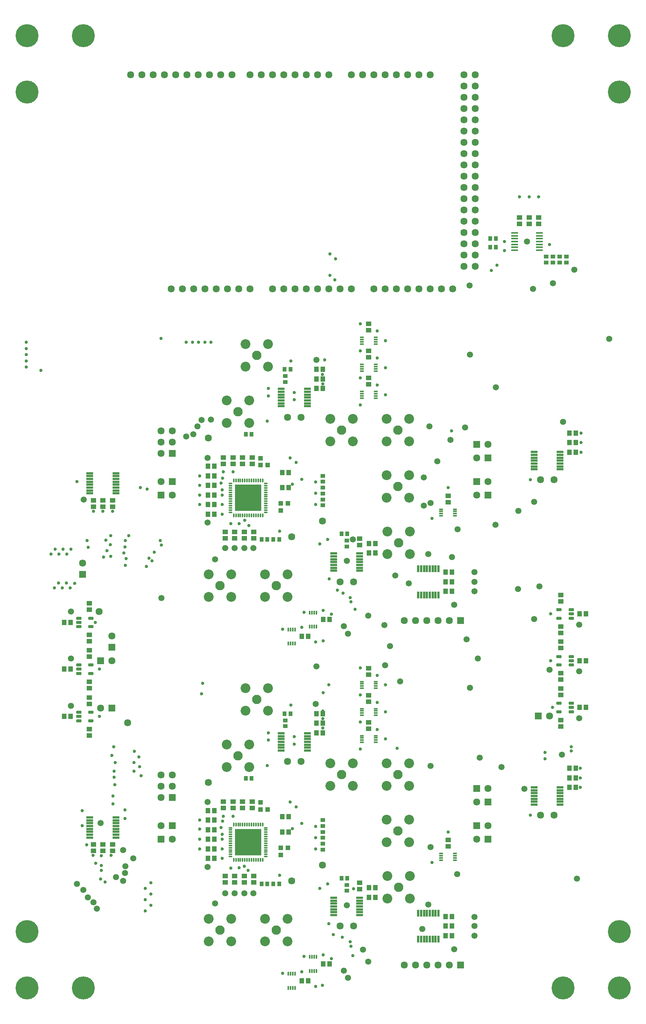
<source format=gts>
G04*
G04 #@! TF.GenerationSoftware,Altium Limited,Altium Designer,23.1.1 (15)*
G04*
G04 Layer_Color=8388736*
%FSLAX44Y44*%
%MOMM*%
G71*
G04*
G04 #@! TF.SameCoordinates,9BA81442-0EA8-4703-AF15-A62A9ABE79D7*
G04*
G04*
G04 #@! TF.FilePolarity,Negative*
G04*
G01*
G75*
%ADD14R,1.1620X1.0620*%
%ADD15R,1.0620X0.9120*%
%ADD16R,1.6000X0.3500*%
%ADD17R,0.9120X1.0620*%
%ADD18R,1.5870X0.5620*%
%ADD19O,0.3620X0.8620*%
%ADD20O,0.8620X0.3620*%
%ADD21R,1.0620X1.1620*%
%ADD22R,0.9620X0.4120*%
G04:AMPARAMS|DCode=23|XSize=0.712mm|YSize=1.112mm|CornerRadius=0.107mm|HoleSize=0mm|Usage=FLASHONLY|Rotation=270.000|XOffset=0mm|YOffset=0mm|HoleType=Round|Shape=RoundedRectangle|*
%AMROUNDEDRECTD23*
21,1,0.7120,0.8980,0,0,270.0*
21,1,0.4980,1.1120,0,0,270.0*
1,1,0.2140,-0.4490,-0.2490*
1,1,0.2140,-0.4490,0.2490*
1,1,0.2140,0.4490,0.2490*
1,1,0.2140,0.4490,-0.2490*
%
%ADD23ROUNDEDRECTD23*%
%ADD24R,0.5620X1.5870*%
%ADD25R,0.4120X0.9620*%
%ADD26R,6.0520X6.0520*%
%ADD27R,1.0120X1.0120*%
%ADD28R,1.0120X1.0120*%
%ADD29C,5.1920*%
%ADD30C,1.6120*%
%ADD31C,2.2120*%
%ADD32R,1.6120X1.6120*%
%ADD33C,2.1120*%
%ADD34R,1.6120X1.6120*%
%ADD35C,0.7470*%
%ADD36C,1.3820*%
D14*
X1192530Y1760590D02*
D03*
Y1775090D02*
D03*
X1170940Y1760590D02*
D03*
Y1775090D02*
D03*
X1149350Y1760590D02*
D03*
Y1775090D02*
D03*
X481330Y1219570D02*
D03*
X485140Y1066430D02*
D03*
X481330Y443600D02*
D03*
X485140Y290460D02*
D03*
X988060Y1147710D02*
D03*
X808990Y1535060D02*
D03*
Y1474100D02*
D03*
Y1413140D02*
D03*
X788670Y1051190D02*
D03*
X1242060Y838570D02*
D03*
Y924190D02*
D03*
Y818780D02*
D03*
X549910Y1051930D02*
D03*
X528320D02*
D03*
X1242060Y733160D02*
D03*
Y713370D02*
D03*
X808990Y759090D02*
D03*
Y698130D02*
D03*
Y637170D02*
D03*
X1242060Y627750D02*
D03*
X988060Y371740D02*
D03*
X788670Y275220D02*
D03*
X549910Y275960D02*
D03*
X528320D02*
D03*
X524510Y1234070D02*
D03*
X481330D02*
D03*
X502920D02*
D03*
X506730Y1051930D02*
D03*
X485140D02*
D03*
X231140Y1123050D02*
D03*
X187960D02*
D03*
X209550D02*
D03*
X179070Y905140D02*
D03*
Y799730D02*
D03*
Y819520D02*
D03*
Y693050D02*
D03*
Y714110D02*
D03*
Y607430D02*
D03*
X524510Y458100D02*
D03*
X502920D02*
D03*
X481330D02*
D03*
X506730Y275960D02*
D03*
X485140D02*
D03*
X209550Y347080D02*
D03*
X231140D02*
D03*
X187960D02*
D03*
X546100Y458100D02*
D03*
Y443600D02*
D03*
X788670Y260720D02*
D03*
X808990Y683630D02*
D03*
Y622670D02*
D03*
Y744590D02*
D03*
X506730Y290460D02*
D03*
X502920Y443600D02*
D03*
X988060Y357240D02*
D03*
X528320Y290460D02*
D03*
X524510Y443600D02*
D03*
X549910Y290460D02*
D03*
Y1066430D02*
D03*
X524510Y1219570D02*
D03*
X528320Y1066430D02*
D03*
X988060Y1133210D02*
D03*
X502920Y1219570D02*
D03*
X506730Y1066430D02*
D03*
X808990Y1520560D02*
D03*
Y1398640D02*
D03*
Y1459600D02*
D03*
X788670Y1036690D02*
D03*
X546100Y1234070D02*
D03*
Y1219570D02*
D03*
X1242060Y642250D02*
D03*
X179070Y678550D02*
D03*
X1242060Y698870D02*
D03*
X179070Y621930D02*
D03*
X1242060Y853070D02*
D03*
Y747660D02*
D03*
Y909690D02*
D03*
Y804280D02*
D03*
X179070Y890640D02*
D03*
Y785230D02*
D03*
Y834020D02*
D03*
Y728610D02*
D03*
X187960Y1137550D02*
D03*
X209550D02*
D03*
X231140D02*
D03*
X187960Y361580D02*
D03*
X209550D02*
D03*
X231140D02*
D03*
D15*
X1254760Y1673710D02*
D03*
Y1686710D02*
D03*
X1224280Y1673710D02*
D03*
Y1686710D02*
D03*
X1239520Y1673710D02*
D03*
Y1686710D02*
D03*
X1209040Y1673710D02*
D03*
Y1686710D02*
D03*
X705916Y1179474D02*
D03*
Y1152804D02*
D03*
Y1126134D02*
D03*
Y403504D02*
D03*
Y376834D02*
D03*
Y350164D02*
D03*
Y416504D02*
D03*
X621030Y641500D02*
D03*
Y628500D02*
D03*
X705916Y389834D02*
D03*
X759460Y270660D02*
D03*
Y257660D02*
D03*
X705916Y363164D02*
D03*
Y1139134D02*
D03*
X759460Y1046630D02*
D03*
Y1033630D02*
D03*
X705916Y1165804D02*
D03*
X621030Y1417470D02*
D03*
Y1404470D02*
D03*
X705916Y1192474D02*
D03*
D16*
X1193860Y1740350D02*
D03*
Y1733850D02*
D03*
Y1727350D02*
D03*
Y1720850D02*
D03*
Y1714350D02*
D03*
Y1707850D02*
D03*
Y1701350D02*
D03*
X1137860D02*
D03*
Y1707850D02*
D03*
Y1714350D02*
D03*
Y1720850D02*
D03*
Y1727350D02*
D03*
Y1733850D02*
D03*
Y1740350D02*
D03*
D17*
X1083160Y1708150D02*
D03*
X1096160D02*
D03*
X1096160Y1727200D02*
D03*
X1083160D02*
D03*
X632610Y1432560D02*
D03*
X544980Y1286510D02*
D03*
X747880Y1061720D02*
D03*
X580540Y1049020D02*
D03*
X607210D02*
D03*
X632610Y656590D02*
D03*
X544980Y510540D02*
D03*
X747880Y285750D02*
D03*
X580540Y273050D02*
D03*
X607210D02*
D03*
X531980Y510540D02*
D03*
X594210Y273050D02*
D03*
X567540D02*
D03*
X619610Y656590D02*
D03*
X760880Y285750D02*
D03*
Y1061720D02*
D03*
X619610Y1432560D02*
D03*
X567540Y1049020D02*
D03*
X594210D02*
D03*
X531980Y1286510D02*
D03*
D18*
X1182200Y1220320D02*
D03*
X611970Y1362560D02*
D03*
Y586590D02*
D03*
X1182200Y464670D02*
D03*
X730080Y991720D02*
D03*
Y215750D02*
D03*
X1182200Y1207320D02*
D03*
X611970Y1349560D02*
D03*
X730080Y978720D02*
D03*
X1182200Y451670D02*
D03*
X611970Y573590D02*
D03*
X730080Y202750D02*
D03*
X180170Y1179270D02*
D03*
Y422800D02*
D03*
Y416300D02*
D03*
Y403300D02*
D03*
Y377300D02*
D03*
X1182200Y1246320D02*
D03*
Y1239820D02*
D03*
Y1233320D02*
D03*
Y1226820D02*
D03*
Y1213820D02*
D03*
X1240960Y1207320D02*
D03*
Y1213820D02*
D03*
Y1220320D02*
D03*
Y1226820D02*
D03*
Y1233320D02*
D03*
Y1239820D02*
D03*
Y1246320D02*
D03*
X611970Y612590D02*
D03*
Y606090D02*
D03*
Y599590D02*
D03*
Y593090D02*
D03*
Y580090D02*
D03*
X670730Y573590D02*
D03*
Y580090D02*
D03*
Y586590D02*
D03*
Y593090D02*
D03*
Y599590D02*
D03*
Y606090D02*
D03*
Y612590D02*
D03*
X730080Y241750D02*
D03*
Y235250D02*
D03*
Y228750D02*
D03*
Y222250D02*
D03*
Y209250D02*
D03*
X788840Y202750D02*
D03*
Y209250D02*
D03*
Y215750D02*
D03*
Y222250D02*
D03*
Y228750D02*
D03*
Y235250D02*
D03*
Y241750D02*
D03*
X730080Y1017720D02*
D03*
Y1011220D02*
D03*
Y1004720D02*
D03*
Y998220D02*
D03*
Y985220D02*
D03*
X788840Y978720D02*
D03*
Y985220D02*
D03*
Y991720D02*
D03*
Y998220D02*
D03*
Y1004720D02*
D03*
Y1011220D02*
D03*
Y1017720D02*
D03*
X611970Y1388560D02*
D03*
Y1382060D02*
D03*
Y1375560D02*
D03*
Y1369060D02*
D03*
Y1356060D02*
D03*
X670730Y1349560D02*
D03*
Y1356060D02*
D03*
Y1362560D02*
D03*
Y1369060D02*
D03*
Y1375560D02*
D03*
Y1382060D02*
D03*
Y1388560D02*
D03*
X1240960Y490670D02*
D03*
Y484170D02*
D03*
Y477670D02*
D03*
Y471170D02*
D03*
Y464670D02*
D03*
Y458170D02*
D03*
Y451670D02*
D03*
X1182200Y458170D02*
D03*
Y471170D02*
D03*
Y477670D02*
D03*
Y484170D02*
D03*
Y490670D02*
D03*
X238930Y1153270D02*
D03*
Y1159770D02*
D03*
Y1166270D02*
D03*
Y1172770D02*
D03*
Y1179270D02*
D03*
Y1185770D02*
D03*
Y1192270D02*
D03*
Y1198770D02*
D03*
X180170D02*
D03*
Y1192270D02*
D03*
Y1185770D02*
D03*
Y1172770D02*
D03*
Y1166270D02*
D03*
Y1159770D02*
D03*
Y1153270D02*
D03*
Y383800D02*
D03*
Y390300D02*
D03*
Y396800D02*
D03*
Y409800D02*
D03*
X238930Y422800D02*
D03*
Y416300D02*
D03*
Y409800D02*
D03*
Y403300D02*
D03*
Y396800D02*
D03*
Y390300D02*
D03*
Y383800D02*
D03*
Y377300D02*
D03*
D19*
X514710Y1103500D02*
D03*
Y1182500D02*
D03*
Y327530D02*
D03*
Y406530D02*
D03*
X569710Y1182500D02*
D03*
X534710D02*
D03*
X524710Y1103500D02*
D03*
X569710Y406530D02*
D03*
X534710D02*
D03*
X524710Y327530D02*
D03*
X504710Y1182500D02*
D03*
Y406530D02*
D03*
X569710Y327530D02*
D03*
X564710D02*
D03*
X559710D02*
D03*
X554710D02*
D03*
X549710D02*
D03*
X544710D02*
D03*
X539710D02*
D03*
X534710D02*
D03*
X529710D02*
D03*
X519710D02*
D03*
X509710D02*
D03*
X504710D02*
D03*
X509710Y406530D02*
D03*
X519710D02*
D03*
X524710D02*
D03*
X529710D02*
D03*
X539710D02*
D03*
X544710D02*
D03*
X549710D02*
D03*
X554710D02*
D03*
X559710D02*
D03*
X564710D02*
D03*
Y1182500D02*
D03*
X559710D02*
D03*
X554710D02*
D03*
X549710D02*
D03*
X544710D02*
D03*
X539710D02*
D03*
X529710D02*
D03*
X524710D02*
D03*
X519710D02*
D03*
X509710D02*
D03*
X504710Y1103500D02*
D03*
X509710D02*
D03*
X519710D02*
D03*
X529710D02*
D03*
X534710D02*
D03*
X539710D02*
D03*
X544710D02*
D03*
X549710D02*
D03*
X554710D02*
D03*
X559710D02*
D03*
X564710D02*
D03*
X569710D02*
D03*
D20*
X497710Y1140500D02*
D03*
Y364530D02*
D03*
X576710Y1175500D02*
D03*
Y1115500D02*
D03*
Y399530D02*
D03*
Y339530D02*
D03*
X497710Y1145500D02*
D03*
Y1115500D02*
D03*
Y369530D02*
D03*
Y339530D02*
D03*
Y334530D02*
D03*
Y344530D02*
D03*
Y349530D02*
D03*
Y354530D02*
D03*
Y359530D02*
D03*
Y374530D02*
D03*
Y379530D02*
D03*
Y384530D02*
D03*
Y389530D02*
D03*
Y394530D02*
D03*
Y399530D02*
D03*
X576710Y394530D02*
D03*
Y389530D02*
D03*
Y384530D02*
D03*
Y379530D02*
D03*
Y374530D02*
D03*
Y369530D02*
D03*
Y364530D02*
D03*
Y359530D02*
D03*
Y354530D02*
D03*
Y349530D02*
D03*
Y344530D02*
D03*
Y334530D02*
D03*
Y1110500D02*
D03*
Y1120500D02*
D03*
Y1125500D02*
D03*
Y1130500D02*
D03*
Y1135500D02*
D03*
Y1140500D02*
D03*
Y1145500D02*
D03*
Y1150500D02*
D03*
Y1155500D02*
D03*
Y1160500D02*
D03*
Y1165500D02*
D03*
Y1170500D02*
D03*
X497710Y1175500D02*
D03*
Y1170500D02*
D03*
Y1165500D02*
D03*
Y1160500D02*
D03*
Y1155500D02*
D03*
Y1150500D02*
D03*
Y1135500D02*
D03*
Y1130500D02*
D03*
Y1125500D02*
D03*
Y1120500D02*
D03*
Y1110500D02*
D03*
D21*
X460640Y1127760D02*
D03*
Y351790D02*
D03*
X1275980Y1289050D02*
D03*
Y1267460D02*
D03*
Y1245870D02*
D03*
X823860Y1040130D02*
D03*
X1284340Y881380D02*
D03*
X996580Y975360D02*
D03*
Y953770D02*
D03*
X823860Y1018540D02*
D03*
X996580Y932180D02*
D03*
X705380Y1410970D02*
D03*
Y1432560D02*
D03*
Y1389380D02*
D03*
X628280Y1165860D02*
D03*
Y1200150D02*
D03*
X720990Y868680D02*
D03*
X672730Y830580D02*
D03*
X1284340Y775970D02*
D03*
Y670560D02*
D03*
X1275980Y511810D02*
D03*
Y533400D02*
D03*
Y490220D02*
D03*
X996580Y177800D02*
D03*
Y199390D02*
D03*
Y156210D02*
D03*
X823860Y242570D02*
D03*
Y264160D02*
D03*
X705380Y635000D02*
D03*
Y656590D02*
D03*
Y613410D02*
D03*
X628280Y389890D02*
D03*
Y424180D02*
D03*
X720990Y92710D02*
D03*
X672730Y54610D02*
D03*
X446140Y1214120D02*
D03*
Y1170940D02*
D03*
Y1192530D02*
D03*
Y1127760D02*
D03*
Y1149350D02*
D03*
Y1106170D02*
D03*
X136790Y862330D02*
D03*
Y756920D02*
D03*
Y650240D02*
D03*
X446140Y438150D02*
D03*
Y416560D02*
D03*
Y394970D02*
D03*
Y373380D02*
D03*
Y351790D02*
D03*
Y330200D02*
D03*
X1261480Y1289050D02*
D03*
Y1245870D02*
D03*
Y1267460D02*
D03*
X690880Y656590D02*
D03*
Y635000D02*
D03*
Y613410D02*
D03*
X809360Y264160D02*
D03*
Y242570D02*
D03*
X982080Y199390D02*
D03*
Y177800D02*
D03*
Y156210D02*
D03*
X706490Y92710D02*
D03*
X658230Y54610D02*
D03*
X460640Y373380D02*
D03*
Y330200D02*
D03*
X613780Y424180D02*
D03*
X460640Y394970D02*
D03*
Y416560D02*
D03*
Y438150D02*
D03*
X613780Y389890D02*
D03*
X460640Y1214120D02*
D03*
Y1192530D02*
D03*
Y1170940D02*
D03*
X613780Y1165860D02*
D03*
Y1200150D02*
D03*
X460640Y1106170D02*
D03*
Y1149350D02*
D03*
X658230Y830580D02*
D03*
X706490Y868680D02*
D03*
X982080Y932180D02*
D03*
Y953770D02*
D03*
Y975360D02*
D03*
X809360Y1018540D02*
D03*
Y1040130D02*
D03*
X690880Y1389380D02*
D03*
Y1410970D02*
D03*
Y1432560D02*
D03*
X1298840Y670560D02*
D03*
X122290Y650240D02*
D03*
X1298840Y881380D02*
D03*
Y775970D02*
D03*
X122290Y862330D02*
D03*
Y756920D02*
D03*
X1261480Y490220D02*
D03*
Y511810D02*
D03*
Y533400D02*
D03*
D22*
X972310Y1102480D02*
D03*
X793240Y1489830D02*
D03*
Y1367910D02*
D03*
Y1428870D02*
D03*
Y713860D02*
D03*
Y652900D02*
D03*
X972310Y326510D02*
D03*
X793240Y591940D02*
D03*
X824740Y667900D02*
D03*
Y662900D02*
D03*
Y657900D02*
D03*
Y652900D02*
D03*
X793240Y657900D02*
D03*
Y662900D02*
D03*
Y667900D02*
D03*
X824740Y606940D02*
D03*
Y601940D02*
D03*
Y596940D02*
D03*
Y591940D02*
D03*
X793240Y596940D02*
D03*
Y601940D02*
D03*
Y606940D02*
D03*
X824740Y728860D02*
D03*
Y723860D02*
D03*
Y718860D02*
D03*
Y713860D02*
D03*
X793240Y718860D02*
D03*
Y723860D02*
D03*
Y728860D02*
D03*
X1003810Y341510D02*
D03*
Y336510D02*
D03*
Y331510D02*
D03*
Y326510D02*
D03*
X972310Y331510D02*
D03*
Y336510D02*
D03*
Y341510D02*
D03*
X1003810Y1117480D02*
D03*
Y1112480D02*
D03*
Y1107480D02*
D03*
Y1102480D02*
D03*
X972310Y1107480D02*
D03*
Y1112480D02*
D03*
Y1117480D02*
D03*
X793240Y1504830D02*
D03*
Y1499830D02*
D03*
Y1494830D02*
D03*
X824740Y1489830D02*
D03*
Y1494830D02*
D03*
Y1499830D02*
D03*
Y1504830D02*
D03*
X793240Y1382910D02*
D03*
Y1377910D02*
D03*
Y1372910D02*
D03*
X824740Y1367910D02*
D03*
Y1372910D02*
D03*
Y1377910D02*
D03*
Y1382910D02*
D03*
X793240Y1443870D02*
D03*
Y1438870D02*
D03*
Y1433870D02*
D03*
X824740Y1428870D02*
D03*
Y1433870D02*
D03*
Y1438870D02*
D03*
Y1443870D02*
D03*
D23*
X1265970Y881380D02*
D03*
Y775970D02*
D03*
Y670560D02*
D03*
X155160Y862330D02*
D03*
Y756920D02*
D03*
Y650240D02*
D03*
X1238470Y661060D02*
D03*
Y680060D02*
D03*
X1265970D02*
D03*
Y661060D02*
D03*
X155160Y659740D02*
D03*
Y640740D02*
D03*
X182660D02*
D03*
Y659740D02*
D03*
X1265970Y871880D02*
D03*
Y890880D02*
D03*
X1238470D02*
D03*
Y871880D02*
D03*
Y766470D02*
D03*
Y785470D02*
D03*
X1265970D02*
D03*
Y766470D02*
D03*
X155160Y871830D02*
D03*
Y852830D02*
D03*
X182660D02*
D03*
Y871830D02*
D03*
X155160Y766420D02*
D03*
Y747420D02*
D03*
X182660D02*
D03*
Y766420D02*
D03*
D24*
X940360Y924390D02*
D03*
Y148420D02*
D03*
X966360Y207180D02*
D03*
X959860D02*
D03*
X953360D02*
D03*
X946860D02*
D03*
X940360D02*
D03*
X933860D02*
D03*
X927360D02*
D03*
X920860D02*
D03*
Y148420D02*
D03*
X927360D02*
D03*
X933860D02*
D03*
X946860D02*
D03*
X953360D02*
D03*
X959860D02*
D03*
X966360D02*
D03*
Y983150D02*
D03*
X959860D02*
D03*
X953360D02*
D03*
X946860D02*
D03*
X940360D02*
D03*
X933860D02*
D03*
X927360D02*
D03*
X920860D02*
D03*
Y924390D02*
D03*
X927360D02*
D03*
X933860D02*
D03*
X946860D02*
D03*
X953360D02*
D03*
X959860D02*
D03*
X966360D02*
D03*
D25*
X675760Y884430D02*
D03*
X627500Y846330D02*
D03*
X675760Y108460D02*
D03*
X627500Y70360D02*
D03*
X690760Y76960D02*
D03*
X685760D02*
D03*
X680760D02*
D03*
X675760D02*
D03*
X680760Y108460D02*
D03*
X685760D02*
D03*
X690760D02*
D03*
X642500Y38860D02*
D03*
X637500D02*
D03*
X632500D02*
D03*
X627500D02*
D03*
X632500Y70360D02*
D03*
X637500D02*
D03*
X642500D02*
D03*
Y814830D02*
D03*
X637500D02*
D03*
X632500D02*
D03*
X627500D02*
D03*
X632500Y846330D02*
D03*
X637500D02*
D03*
X642500D02*
D03*
X690760Y852930D02*
D03*
X685760D02*
D03*
X680760D02*
D03*
X675760D02*
D03*
X680760Y884430D02*
D03*
X685760D02*
D03*
X690760D02*
D03*
D26*
X537210Y1143000D02*
D03*
Y367030D02*
D03*
D27*
X565150Y440690D02*
D03*
X581150D02*
D03*
X565150Y456690D02*
D03*
Y1216660D02*
D03*
X581150D02*
D03*
X565150Y1232660D02*
D03*
D28*
X610870Y354330D02*
D03*
Y338330D02*
D03*
X626870Y354330D02*
D03*
X610870Y1130300D02*
D03*
Y1114300D02*
D03*
X626870Y1130300D02*
D03*
D29*
X1247140Y38100D02*
D03*
X1374140Y165100D02*
D03*
Y2057400D02*
D03*
X1247140Y2184400D02*
D03*
X165100Y38100D02*
D03*
X38100Y165100D02*
D03*
Y2057400D02*
D03*
X165100Y2184400D02*
D03*
X38100D02*
D03*
Y38100D02*
D03*
X1374140Y2184400D02*
D03*
Y38100D02*
D03*
D30*
X1196340Y1183640D02*
D03*
X626110Y1324610D02*
D03*
Y548640D02*
D03*
X1196340Y427990D02*
D03*
X744220Y953770D02*
D03*
Y177800D02*
D03*
X163830Y995680D02*
D03*
X1049020Y1664970D02*
D03*
X1023620D02*
D03*
X515620Y1614170D02*
D03*
X490220D02*
D03*
X347980Y2096770D02*
D03*
X1226820Y1183640D02*
D03*
X340360Y1243330D02*
D03*
X365760Y1268730D02*
D03*
X340360D02*
D03*
X365760Y1294130D02*
D03*
X340360D02*
D03*
Y467360D02*
D03*
X365760Y492760D02*
D03*
X340360D02*
D03*
X365760Y518160D02*
D03*
X340360D02*
D03*
X656590Y548640D02*
D03*
X774700Y177800D02*
D03*
X447040Y501650D02*
D03*
X990600Y90170D02*
D03*
X965200D02*
D03*
X939800D02*
D03*
X914400D02*
D03*
X889000D02*
D03*
X635000Y279400D02*
D03*
X704850Y314960D02*
D03*
X340360Y403860D02*
D03*
X365760Y373380D02*
D03*
X1078230Y487680D02*
D03*
X1052830Y457200D02*
D03*
X1078230Y403860D02*
D03*
X1052830Y373380D02*
D03*
X704850Y1090930D02*
D03*
X447040Y1277620D02*
D03*
X1078230Y1179830D02*
D03*
X1052830Y1149350D02*
D03*
X1078230Y1263650D02*
D03*
X1052830Y1233170D02*
D03*
X340360Y1179830D02*
D03*
X365760Y1149350D02*
D03*
X635000Y1055370D02*
D03*
X990600Y866140D02*
D03*
X965200D02*
D03*
X939800D02*
D03*
X914400D02*
D03*
X889000D02*
D03*
X774700Y953770D02*
D03*
X656590Y1324610D02*
D03*
X1216660Y651510D02*
D03*
X204470Y669290D02*
D03*
X229870Y775970D02*
D03*
Y831850D02*
D03*
X1226820Y427990D02*
D03*
X617220Y1614170D02*
D03*
X668020D02*
D03*
X642620D02*
D03*
X718820D02*
D03*
X693420D02*
D03*
X769620D02*
D03*
X744220D02*
D03*
X591820D02*
D03*
X1049020Y1690370D02*
D03*
X1023620D02*
D03*
X1049020Y1766570D02*
D03*
Y1741170D02*
D03*
Y1715770D02*
D03*
Y1791970D02*
D03*
X1023620Y1766570D02*
D03*
Y1741170D02*
D03*
Y1715770D02*
D03*
Y1791970D02*
D03*
X1049020Y1893570D02*
D03*
Y1868170D02*
D03*
X1023620D02*
D03*
X1049020Y1842770D02*
D03*
X1023620D02*
D03*
X1049020Y1817370D02*
D03*
X1023620D02*
D03*
Y1893570D02*
D03*
X1049020Y1969770D02*
D03*
Y1944370D02*
D03*
Y1918970D02*
D03*
Y1995170D02*
D03*
X1023620Y1969770D02*
D03*
Y1944370D02*
D03*
Y1918970D02*
D03*
Y1995170D02*
D03*
X795020Y2096770D02*
D03*
X845820D02*
D03*
X820420D02*
D03*
X896620D02*
D03*
X871220D02*
D03*
X947420D02*
D03*
X922020D02*
D03*
X769620D02*
D03*
X566420D02*
D03*
X617220D02*
D03*
X591820D02*
D03*
X668020D02*
D03*
X642620D02*
D03*
X718820D02*
D03*
X693420D02*
D03*
X398780D02*
D03*
X373380D02*
D03*
X449580D02*
D03*
X424180D02*
D03*
X297180D02*
D03*
X271780D02*
D03*
X322580D02*
D03*
X500380D02*
D03*
X474980D02*
D03*
X541020D02*
D03*
X1049020D02*
D03*
Y2071370D02*
D03*
X1023620D02*
D03*
X1049020Y2045970D02*
D03*
X1023620D02*
D03*
X1049020Y2020570D02*
D03*
X1023620D02*
D03*
Y2096770D02*
D03*
X845820Y1614170D02*
D03*
X896620D02*
D03*
X871220D02*
D03*
X947420D02*
D03*
X922020D02*
D03*
X998220D02*
D03*
X972820D02*
D03*
X820420D02*
D03*
X388620D02*
D03*
X439420D02*
D03*
X414020D02*
D03*
X464820D02*
D03*
X541020D02*
D03*
X363220D02*
D03*
X265430Y636270D02*
D03*
X200660Y886460D02*
D03*
D31*
X900430Y1320800D02*
D03*
X849630D02*
D03*
X900430Y1270000D02*
D03*
X849630Y1193800D02*
D03*
Y1270000D02*
D03*
X900430Y1143000D02*
D03*
Y1193800D02*
D03*
X901700Y1066800D02*
D03*
X850900D02*
D03*
X849630Y1143000D02*
D03*
X901700Y1016000D02*
D03*
X850900D02*
D03*
X722630Y1320800D02*
D03*
X581660Y1438910D02*
D03*
Y1489710D02*
D03*
X773430Y1320800D02*
D03*
Y1270000D02*
D03*
X722630D02*
D03*
X539750Y1311910D02*
D03*
Y1362710D02*
D03*
X626110Y919480D02*
D03*
Y970280D02*
D03*
X575310Y919480D02*
D03*
Y970280D02*
D03*
X900430Y417830D02*
D03*
Y494030D02*
D03*
X901700Y290830D02*
D03*
Y240030D02*
D03*
X900430Y544830D02*
D03*
X849630Y417830D02*
D03*
Y494030D02*
D03*
X900430Y367030D02*
D03*
X850900Y290830D02*
D03*
X849630Y367030D02*
D03*
Y544830D02*
D03*
X850900Y240030D02*
D03*
X722630Y544830D02*
D03*
X581660Y662940D02*
D03*
Y713740D02*
D03*
X773430Y544830D02*
D03*
Y494030D02*
D03*
X722630D02*
D03*
X539750Y535940D02*
D03*
Y586740D02*
D03*
X626110Y143510D02*
D03*
Y194310D02*
D03*
X575310Y143510D02*
D03*
Y194310D02*
D03*
X530860Y1489710D02*
D03*
Y1438910D02*
D03*
X488950Y1311910D02*
D03*
Y1362710D02*
D03*
X530860Y713740D02*
D03*
Y662940D02*
D03*
X499110Y970280D02*
D03*
Y919480D02*
D03*
X488950Y535940D02*
D03*
Y586740D02*
D03*
X448310Y919480D02*
D03*
Y970280D02*
D03*
X499110Y194310D02*
D03*
Y143510D02*
D03*
X448310D02*
D03*
Y194310D02*
D03*
D32*
X365760Y1243330D02*
D03*
Y467360D02*
D03*
X163830Y970280D02*
D03*
X229870Y806450D02*
D03*
D33*
X600710Y168910D02*
D03*
X514350Y561340D02*
D03*
X473710Y168910D02*
D03*
X748030Y519430D02*
D03*
X556260Y688340D02*
D03*
X875030Y519430D02*
D03*
X876300Y265430D02*
D03*
X875030Y392430D02*
D03*
X876300Y1041400D02*
D03*
X875030Y1168400D02*
D03*
X556260Y1464310D02*
D03*
X875030Y1295400D02*
D03*
X473710Y944880D02*
D03*
X748030Y1295400D02*
D03*
X600710Y944880D02*
D03*
X514350Y1337310D02*
D03*
D34*
X1016000Y90170D02*
D03*
X365760Y403860D02*
D03*
X340360Y373380D02*
D03*
X1052830Y487680D02*
D03*
X1078230Y457200D02*
D03*
X1052830Y403860D02*
D03*
X1078230Y373380D02*
D03*
X1052830Y1179830D02*
D03*
X1078230Y1149350D02*
D03*
X1052830Y1263650D02*
D03*
X1078230Y1233170D02*
D03*
X365760Y1179830D02*
D03*
X340360Y1149350D02*
D03*
X1016000Y866140D02*
D03*
X1191260Y651510D02*
D03*
X229870Y669290D02*
D03*
X204470Y775970D02*
D03*
D35*
X339090Y1046480D02*
D03*
X774700Y261620D02*
D03*
X872964Y578624D02*
D03*
X828040Y742950D02*
D03*
X847090Y721360D02*
D03*
X952280Y321208D02*
D03*
X1286510Y533400D02*
D03*
X1287780Y1267460D02*
D03*
Y1289050D02*
D03*
Y1245870D02*
D03*
X1266190Y581660D02*
D03*
X1085564Y1655174D02*
D03*
X721360Y1644650D02*
D03*
X721633Y1693180D02*
D03*
X732790Y1634490D02*
D03*
X734060Y1681480D02*
D03*
X641052Y1380634D02*
D03*
X1098550Y1667510D02*
D03*
X1216660Y1713865D02*
D03*
X1115060Y1720365D02*
D03*
X1149350Y1821180D02*
D03*
X1170940D02*
D03*
X1192530D02*
D03*
X1115060Y1700530D02*
D03*
X1286510Y490220D02*
D03*
Y511810D02*
D03*
X205740Y336550D02*
D03*
X163111Y438174D02*
D03*
X162560Y403860D02*
D03*
X172720Y360680D02*
D03*
X187673Y337062D02*
D03*
X228313D02*
D03*
X205740Y314325D02*
D03*
X193040Y319405D02*
D03*
X705590Y624433D02*
D03*
X705380Y645795D02*
D03*
X705634Y1399540D02*
D03*
X704850Y1421130D02*
D03*
X231140Y1112520D02*
D03*
X209550D02*
D03*
X187960D02*
D03*
X427990Y351790D02*
D03*
Y373380D02*
D03*
Y417195D02*
D03*
Y396240D02*
D03*
Y1192530D02*
D03*
Y1170940D02*
D03*
Y1127760D02*
D03*
Y1149350D02*
D03*
X476250Y1176020D02*
D03*
X479158Y1187695D02*
D03*
X439420Y1494155D02*
D03*
X425450D02*
D03*
X411480D02*
D03*
X397510D02*
D03*
X453390D02*
D03*
X340360Y1502410D02*
D03*
X36830Y1437640D02*
D03*
X69850Y1430020D02*
D03*
X36830Y1493520D02*
D03*
Y1479550D02*
D03*
Y1465580D02*
D03*
Y1451610D02*
D03*
X502920Y1201420D02*
D03*
X481330D02*
D03*
X778203Y891714D02*
D03*
X738389Y934720D02*
D03*
X706120Y703580D02*
D03*
X705433Y662047D02*
D03*
X538480Y1080770D02*
D03*
X214630Y276860D02*
D03*
X516659Y309245D02*
D03*
X317500Y275590D02*
D03*
X537210Y303530D02*
D03*
X528320Y312420D02*
D03*
X203928Y283806D02*
D03*
X304922Y212212D02*
D03*
X205740Y303530D02*
D03*
X479165Y414392D02*
D03*
X478790Y384810D02*
D03*
Y1160780D02*
D03*
X529590Y1092200D02*
D03*
X476234Y400330D02*
D03*
X101600Y1027430D02*
D03*
X137160D02*
D03*
X92710Y1016000D02*
D03*
X128270D02*
D03*
X119380Y1027430D02*
D03*
X110490Y1016000D02*
D03*
X118110Y939800D02*
D03*
X145625Y950506D02*
D03*
X127000Y951230D02*
D03*
X135890Y939800D02*
D03*
X109220Y951230D02*
D03*
X100330Y939800D02*
D03*
X234950Y527050D02*
D03*
Y513080D02*
D03*
X236220Y496570D02*
D03*
X237490Y546100D02*
D03*
X229870Y562610D02*
D03*
X233680Y581660D02*
D03*
X295910Y516890D02*
D03*
X279400Y527050D02*
D03*
X292100Y537210D02*
D03*
X279400Y546100D02*
D03*
X290830Y558800D02*
D03*
X280670Y571500D02*
D03*
X434340Y725170D02*
D03*
X431800Y701040D02*
D03*
X718820Y721360D02*
D03*
X218440Y1023620D02*
D03*
X210820Y1009650D02*
D03*
X227330Y1010920D02*
D03*
X226060Y1037590D02*
D03*
X215900Y1047750D02*
D03*
X227330Y1057910D02*
D03*
X173990Y1046480D02*
D03*
X176530Y1031240D02*
D03*
X260350Y990600D02*
D03*
X261620Y1005840D02*
D03*
X256540Y1018540D02*
D03*
X259080Y1032510D02*
D03*
X260350Y1046480D02*
D03*
X267970Y1057910D02*
D03*
X1266190Y572770D02*
D03*
X1206500Y554990D02*
D03*
Y568960D02*
D03*
X151130Y1179830D02*
D03*
X294010Y1166636D02*
D03*
X308924Y1162471D02*
D03*
X769135Y132565D02*
D03*
X725170Y104775D02*
D03*
X773714Y111255D02*
D03*
X767080Y142240D02*
D03*
X259080Y439420D02*
D03*
Y420370D02*
D03*
X232410Y471170D02*
D03*
Y453390D02*
D03*
X201930Y650240D02*
D03*
X718820Y182880D02*
D03*
X728980Y158750D02*
D03*
X720321Y960351D02*
D03*
X769135Y908535D02*
D03*
X751205Y928370D02*
D03*
X725170Y880745D02*
D03*
X767080Y918210D02*
D03*
X633730Y675640D02*
D03*
X689610Y817880D02*
D03*
X1173480Y1183640D02*
D03*
X1223983Y670560D02*
D03*
X1219200Y775970D02*
D03*
X614680Y847090D02*
D03*
X706120Y820420D02*
D03*
Y889000D02*
D03*
X704850Y44450D02*
D03*
X706120Y113030D02*
D03*
X192405Y862330D02*
D03*
X341630Y1036955D02*
D03*
X320040Y1000760D02*
D03*
X307340Y988060D02*
D03*
X313812Y1006988D02*
D03*
X325370Y1020830D02*
D03*
X317500Y250190D02*
D03*
X304800Y262890D02*
D03*
X317500Y224790D02*
D03*
X304800Y237490D02*
D03*
X201930Y756920D02*
D03*
X657860Y74930D02*
D03*
X689610Y41910D02*
D03*
X789940Y759460D02*
D03*
X631825Y457200D02*
D03*
X645348Y446641D02*
D03*
X988060Y389890D02*
D03*
X636662Y397702D02*
D03*
X657860Y408940D02*
D03*
X641052Y604664D02*
D03*
X582930Y613410D02*
D03*
X641052Y588154D02*
D03*
X582930Y596900D02*
D03*
X580390Y539750D02*
D03*
X749300Y152400D02*
D03*
X698500Y262890D02*
D03*
X716280Y273050D02*
D03*
X789940Y637540D02*
D03*
Y576580D02*
D03*
X662940Y109220D02*
D03*
X614680Y71120D02*
D03*
X789940Y698500D02*
D03*
X847090Y660400D02*
D03*
Y599440D02*
D03*
X689610Y402590D02*
D03*
Y377190D02*
D03*
Y351790D02*
D03*
X478790Y330200D02*
D03*
Y351790D02*
D03*
X481330Y425450D02*
D03*
X502920D02*
D03*
X608330Y292100D02*
D03*
X631825Y1233170D02*
D03*
X582930Y1389380D02*
D03*
X641052Y1364124D02*
D03*
X582930Y1372870D02*
D03*
X698500Y1038860D02*
D03*
X657860Y1184910D02*
D03*
X662940Y885190D02*
D03*
X633730Y1451610D02*
D03*
X709930Y1454150D02*
D03*
X689610Y1127760D02*
D03*
Y1153160D02*
D03*
Y1178560D02*
D03*
X645348Y1222611D02*
D03*
X580390Y1315720D02*
D03*
X1173480Y427990D02*
D03*
X1219200Y881380D02*
D03*
X478790Y373380D02*
D03*
X828040Y681990D02*
D03*
Y621030D02*
D03*
X497840Y308610D02*
D03*
X608330Y1068070D02*
D03*
X516890Y1084580D02*
D03*
X478790Y1106170D02*
D03*
Y1127760D02*
D03*
X847090Y1375410D02*
D03*
Y1436370D02*
D03*
Y1497330D02*
D03*
X995680Y1294130D02*
D03*
X716280Y1049020D02*
D03*
X636662Y1173672D02*
D03*
X657860Y850900D02*
D03*
X789940Y1474470D02*
D03*
Y1413510D02*
D03*
X828040Y1457960D02*
D03*
Y1397000D02*
D03*
X789940Y1352550D02*
D03*
Y1535430D02*
D03*
X828040Y1518920D02*
D03*
X952280Y1097178D02*
D03*
X988060Y1165860D02*
D03*
X478790Y1149350D02*
D03*
X497840Y1084580D02*
D03*
X537210Y1165000D02*
D03*
X559210D02*
D03*
X548210D02*
D03*
X559210Y1154000D02*
D03*
X548210D02*
D03*
X537210D02*
D03*
X548210Y1143000D02*
D03*
X559210D02*
D03*
Y1132000D02*
D03*
X548210D02*
D03*
X537210Y1143000D02*
D03*
Y1132000D02*
D03*
X559210Y1121000D02*
D03*
X537210D02*
D03*
X548210D02*
D03*
X537210Y389030D02*
D03*
X559210D02*
D03*
X548210D02*
D03*
X559210Y378030D02*
D03*
X548210D02*
D03*
X537210D02*
D03*
X548210Y367030D02*
D03*
X559210D02*
D03*
Y356030D02*
D03*
X548210D02*
D03*
X537210Y367030D02*
D03*
Y356030D02*
D03*
X559210Y345030D02*
D03*
X537210D02*
D03*
X548210D02*
D03*
X526210Y1165000D02*
D03*
Y1154000D02*
D03*
X515210Y1165000D02*
D03*
Y1154000D02*
D03*
X526210Y1143000D02*
D03*
Y1132000D02*
D03*
X515210Y1121000D02*
D03*
X526210D02*
D03*
X515210Y1143000D02*
D03*
Y1132000D02*
D03*
X526210Y389030D02*
D03*
X515210D02*
D03*
X526210Y378030D02*
D03*
Y367030D02*
D03*
Y356030D02*
D03*
Y345030D02*
D03*
X515210Y367030D02*
D03*
Y378030D02*
D03*
Y345030D02*
D03*
Y356030D02*
D03*
D36*
X996950Y1009650D02*
D03*
X868680Y967740D02*
D03*
X807723Y877265D02*
D03*
X1094740Y1082040D02*
D03*
X1179830Y1614170D02*
D03*
X1096010Y1391920D02*
D03*
X1037590Y715010D02*
D03*
X880110Y728980D02*
D03*
X690880Y763270D02*
D03*
X1351280Y1501140D02*
D03*
X1224280Y1626870D02*
D03*
X1278890Y284480D02*
D03*
X1272540Y1657350D02*
D03*
X1283970Y857250D02*
D03*
X1037590Y1465580D02*
D03*
X1036320Y1621790D02*
D03*
X933450Y1188720D02*
D03*
X773430Y1049020D02*
D03*
X933450Y1125220D02*
D03*
X963930Y1225550D02*
D03*
X993140Y1273810D02*
D03*
X1026160Y1301750D02*
D03*
X1165860Y1720850D02*
D03*
X1247140Y1314450D02*
D03*
X1047750Y932180D02*
D03*
Y953770D02*
D03*
Y975360D02*
D03*
Y156210D02*
D03*
Y177800D02*
D03*
Y198120D02*
D03*
X260350Y313055D02*
D03*
X548640Y251460D02*
D03*
X528320D02*
D03*
X506730D02*
D03*
X485140D02*
D03*
X462280Y228600D02*
D03*
X548640Y1029970D02*
D03*
X528320D02*
D03*
X506730D02*
D03*
X485140D02*
D03*
X445770Y1233170D02*
D03*
X431800Y1318260D02*
D03*
X453390Y1319530D02*
D03*
X422910Y1304290D02*
D03*
X413385Y1286510D02*
D03*
X1146810Y1113790D02*
D03*
X1182370Y1134110D02*
D03*
X1193800Y943610D02*
D03*
X1182370Y869950D02*
D03*
X857250Y808990D02*
D03*
X844550Y855980D02*
D03*
X689610Y678180D02*
D03*
X1244727Y563880D02*
D03*
X255270Y349250D02*
D03*
X397510Y1281430D02*
D03*
X195580Y217170D02*
D03*
X187960Y231140D02*
D03*
X151130Y273050D02*
D03*
X165100Y259080D02*
D03*
X175260Y242570D02*
D03*
X255270Y279400D02*
D03*
X259779Y297751D02*
D03*
X238760Y288290D02*
D03*
X278130Y330200D02*
D03*
X137160Y886460D02*
D03*
X1145540Y937260D02*
D03*
X929640Y171450D02*
D03*
X943610Y226060D02*
D03*
X807720Y97790D02*
D03*
X899776Y950614D02*
D03*
X943610Y1016000D02*
D03*
X948690Y538480D02*
D03*
X1216660Y755650D02*
D03*
X1059180Y557530D02*
D03*
X1160183Y487083D02*
D03*
X1108710Y535940D02*
D03*
X1029970Y824230D02*
D03*
X1055370Y781050D02*
D03*
X1009650Y1071880D02*
D03*
X1008380Y294640D02*
D03*
X845820Y765810D02*
D03*
X753110Y853440D02*
D03*
X341617Y917673D02*
D03*
X204036Y410514D02*
D03*
X137160Y674370D02*
D03*
Y781050D02*
D03*
X166370Y1139190D02*
D03*
X1283970Y646430D02*
D03*
Y751840D02*
D03*
X1002030Y125730D02*
D03*
X445770Y311150D02*
D03*
Y457200D02*
D03*
X759460Y224790D02*
D03*
X796290Y124460D02*
D03*
X753110Y77470D02*
D03*
X762000Y60960D02*
D03*
Y836930D02*
D03*
X759460Y1000760D02*
D03*
X1002030Y901700D02*
D03*
X948690Y355600D02*
D03*
X462280Y1004570D02*
D03*
X690880Y1454150D02*
D03*
X948690Y1131570D02*
D03*
X946150Y1304290D02*
D03*
X445770Y1087120D02*
D03*
M02*

</source>
